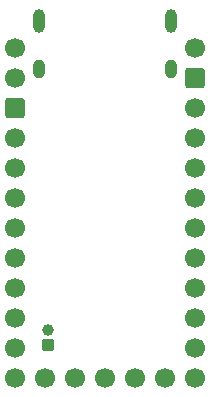
<source format=gbs>
%TF.GenerationSoftware,KiCad,Pcbnew,(6.0.5)*%
%TF.CreationDate,2022-11-22T23:52:45-08:00*%
%TF.ProjectId,0xB2,30784232-2e6b-4696-9361-645f70636258,2*%
%TF.SameCoordinates,Original*%
%TF.FileFunction,Soldermask,Bot*%
%TF.FilePolarity,Negative*%
%FSLAX46Y46*%
G04 Gerber Fmt 4.6, Leading zero omitted, Abs format (unit mm)*
G04 Created by KiCad (PCBNEW (6.0.5)) date 2022-11-22 23:52:45*
%MOMM*%
%LPD*%
G01*
G04 APERTURE LIST*
G04 Aperture macros list*
%AMRoundRect*
0 Rectangle with rounded corners*
0 $1 Rounding radius*
0 $2 $3 $4 $5 $6 $7 $8 $9 X,Y pos of 4 corners*
0 Add a 4 corners polygon primitive as box body*
4,1,4,$2,$3,$4,$5,$6,$7,$8,$9,$2,$3,0*
0 Add four circle primitives for the rounded corners*
1,1,$1+$1,$2,$3*
1,1,$1+$1,$4,$5*
1,1,$1+$1,$6,$7*
1,1,$1+$1,$8,$9*
0 Add four rect primitives between the rounded corners*
20,1,$1+$1,$2,$3,$4,$5,0*
20,1,$1+$1,$4,$5,$6,$7,0*
20,1,$1+$1,$6,$7,$8,$9,0*
20,1,$1+$1,$8,$9,$2,$3,0*%
G04 Aperture macros list end*
%ADD10C,1.700000*%
%ADD11RoundRect,0.255000X-0.595000X-0.595000X0.595000X-0.595000X0.595000X0.595000X-0.595000X0.595000X0*%
%ADD12RoundRect,0.255000X0.595000X0.595000X-0.595000X0.595000X-0.595000X-0.595000X0.595000X-0.595000X0*%
%ADD13O,1.000000X2.000000*%
%ADD14O,1.000000X1.600000*%
%ADD15RoundRect,0.150000X0.350000X0.350000X-0.350000X0.350000X-0.350000X-0.350000X0.350000X-0.350000X0*%
%ADD16C,1.000000*%
G04 APERTURE END LIST*
D10*
%TO.C,J2*%
X144780000Y-80010000D03*
X144780000Y-82550000D03*
D11*
X144780000Y-85090000D03*
D10*
X144780000Y-87630000D03*
X144780000Y-90170000D03*
X144780000Y-92710000D03*
X144780000Y-95250000D03*
X144780000Y-97790000D03*
X144780000Y-100330000D03*
X144780000Y-102870000D03*
X144780000Y-105410000D03*
X144780000Y-107950000D03*
%TD*%
%TO.C,J3*%
X147320000Y-107950000D03*
X149860000Y-107950000D03*
X152400000Y-107950000D03*
X154940000Y-107950000D03*
X157480000Y-107950000D03*
%TD*%
%TO.C,J4*%
X160020000Y-107950000D03*
X160020000Y-105410000D03*
X160020000Y-102870000D03*
X160020000Y-100330000D03*
X160020000Y-97790000D03*
X160020000Y-95250000D03*
X160020000Y-92710000D03*
X160020000Y-90170000D03*
X160020000Y-87630000D03*
X160020000Y-85090000D03*
D12*
X160020000Y-82550000D03*
D10*
X160020000Y-80010000D03*
%TD*%
D13*
%TO.C,J1*%
X146780000Y-77800000D03*
X158020000Y-77800000D03*
D14*
X158020000Y-81800000D03*
X146780000Y-81800000D03*
%TD*%
D15*
%TO.C,J5*%
X147550000Y-105235000D03*
D16*
X147550000Y-103965000D03*
%TD*%
M02*

</source>
